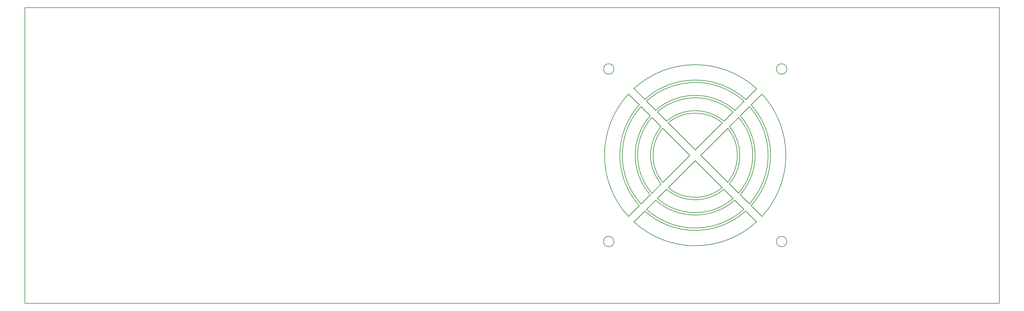
<source format=gbr>
%TF.GenerationSoftware,KiCad,Pcbnew,(6.0.5)*%
%TF.CreationDate,2022-12-19T16:28:52-07:00*%
%TF.ProjectId,Front_panel,46726f6e-745f-4706-916e-656c2e6b6963,rev?*%
%TF.SameCoordinates,Original*%
%TF.FileFunction,Profile,NP*%
%FSLAX46Y46*%
G04 Gerber Fmt 4.6, Leading zero omitted, Abs format (unit mm)*
G04 Created by KiCad (PCBNEW (6.0.5)) date 2022-12-19 16:28:52*
%MOMM*%
%LPD*%
G01*
G04 APERTURE LIST*
%TA.AperFunction,Profile*%
%ADD10C,0.250000*%
%TD*%
G04 APERTURE END LIST*
D10*
X266084558Y-74560273D02*
G75*
G03*
X288415187Y-74560485I11165442J13410273D01*
G01*
X292919300Y-43235954D02*
G75*
G03*
X261581040Y-43235657I-15669300J-17914046D01*
G01*
X403000000Y0D02*
X403000000Y-122500000D01*
X299662037Y-81317377D02*
G75*
G03*
X299662420Y-40983048I-22412037J20167377D01*
G01*
X295164343Y-45481040D02*
X291370382Y-49274929D01*
X295872660Y-77527928D02*
G75*
G03*
X295872971Y-44772425I-18622660J16377928D01*
G01*
X265374661Y-75270156D02*
G75*
G03*
X289125071Y-75270382I11875339J14120156D01*
G01*
X300370088Y-82025441D02*
X304865025Y-86520464D01*
X263129618Y-73025071D02*
X259335657Y-76818960D01*
X302620464Y-33534975D02*
G75*
G03*
X251880061Y-33534494I-25370464J-27615025D01*
G01*
X291370156Y-73025339D02*
X295164046Y-76819300D01*
X275004936Y-61149979D02*
X263839727Y-49984558D01*
X254129912Y-40274559D02*
G75*
G03*
X254129516Y-82025002I23120088J-20875441D01*
G01*
X315150000Y-96900000D02*
G75*
G03*
X315150000Y-96900000I-2150000J0D01*
G01*
X300370088Y-82025441D02*
G75*
G03*
X300370484Y-40274998I-23120088J20875441D01*
G01*
X293627928Y-42527340D02*
G75*
G03*
X260872425Y-42527029I-16377928J-18622660D01*
G01*
X258627340Y-44772072D02*
X254837963Y-40982623D01*
X261581040Y-43235657D02*
X265374929Y-47029618D01*
X302619939Y-88765506D02*
X298125002Y-84270484D01*
X275004936Y-61149979D02*
X263839515Y-72315187D01*
X243650000Y-96900000D02*
G75*
G03*
X243650000Y-96900000I-2150000J0D01*
G01*
X260872072Y-79772660D02*
X257082623Y-83562037D01*
X259335954Y-45480700D02*
G75*
G03*
X259335657Y-76818960I17914046J-15669300D01*
G01*
X289125339Y-47029844D02*
G75*
G03*
X265374929Y-47029618I-11875339J-14120156D01*
G01*
X315150000Y-25400000D02*
G75*
G03*
X315150000Y-25400000I-2150000J0D01*
G01*
X292918960Y-79064343D02*
X289125071Y-75270382D01*
X257083048Y-38737580D02*
X260872425Y-42527029D01*
X297417377Y-38737963D02*
G75*
G03*
X257083048Y-38737580I-20167377J-22412037D01*
G01*
X265374661Y-75270156D02*
X261580700Y-79064046D01*
X243650000Y-25400000D02*
G75*
G03*
X243650000Y-25400000I-2150000J0D01*
G01*
X302620464Y-33534975D02*
X298125441Y-38029912D01*
X277249979Y-63395064D02*
X266084558Y-74560273D01*
X258627340Y-44772072D02*
G75*
G03*
X258627029Y-77527575I18622660J-16377928D01*
G01*
X291370156Y-73025339D02*
G75*
G03*
X291370382Y-49274929I-14120156J11875339D01*
G01*
X260872072Y-79772660D02*
G75*
G03*
X293627575Y-79772971I16377928J18622660D01*
G01*
X254837963Y-40982623D02*
G75*
G03*
X254837580Y-81316952I22412037J-20167377D01*
G01*
X261580700Y-79064046D02*
G75*
G03*
X292918960Y-79064343I15669300J17914046D01*
G01*
X251879536Y-88765025D02*
G75*
G03*
X302619939Y-88765506I25370464J27615025D01*
G01*
X254129912Y-40274559D02*
X249634975Y-35779536D01*
X288415187Y-74560485D02*
X277249979Y-63395064D01*
X290660273Y-72315442D02*
G75*
G03*
X290660485Y-49984813I-13410273J11165442D01*
G01*
X254129516Y-82025002D02*
X249634494Y-86519939D01*
X249634975Y-35779536D02*
G75*
G03*
X249634494Y-86519939I27615025J-25370464D01*
G01*
X297417377Y-38737963D02*
X293627928Y-42527340D01*
X0Y0D02*
X403000000Y0D01*
X292919300Y-43235954D02*
X289125339Y-47029844D01*
X299662420Y-40983048D02*
X295872971Y-44772425D01*
X266084813Y-47739515D02*
X277250021Y-58904936D01*
X295164046Y-76819300D02*
G75*
G03*
X295164343Y-45481040I-17914046J15669300D01*
G01*
X304865025Y-86520464D02*
G75*
G03*
X304865506Y-35780061I-27615025J25370464D01*
G01*
X256374559Y-84270088D02*
G75*
G03*
X298125002Y-84270484I20875441J23120088D01*
G01*
X0Y-122500000D02*
X403000000Y-122500000D01*
X263839727Y-49984558D02*
G75*
G03*
X263839515Y-72315187I13410273J-11165442D01*
G01*
X263129844Y-49274661D02*
G75*
G03*
X263129618Y-73025071I14120156J-11875339D01*
G01*
X304865506Y-35780061D02*
X300370484Y-40274998D01*
X298125441Y-38029912D02*
G75*
G03*
X256374998Y-38029516I-20875441J-23120088D01*
G01*
X256374559Y-84270088D02*
X251879536Y-88765025D01*
X288415442Y-47739727D02*
G75*
G03*
X266084813Y-47739515I-11165442J-13410273D01*
G01*
X279495064Y-61150021D02*
X290660273Y-72315442D01*
X295872660Y-77527928D02*
X299662037Y-81317377D01*
X257082623Y-83562037D02*
G75*
G03*
X297416952Y-83562420I20167377J22412037D01*
G01*
X251880061Y-33534494D02*
X256374998Y-38029516D01*
X263129844Y-49274661D02*
X259335954Y-45480700D01*
X288415442Y-47739727D02*
X277250021Y-58904936D01*
X290660485Y-49984813D02*
X279495064Y-61150021D01*
X258627029Y-77527575D02*
X254837580Y-81316952D01*
X297416952Y-83562420D02*
X293627575Y-79772971D01*
X0Y0D02*
X0Y-122500000D01*
M02*

</source>
